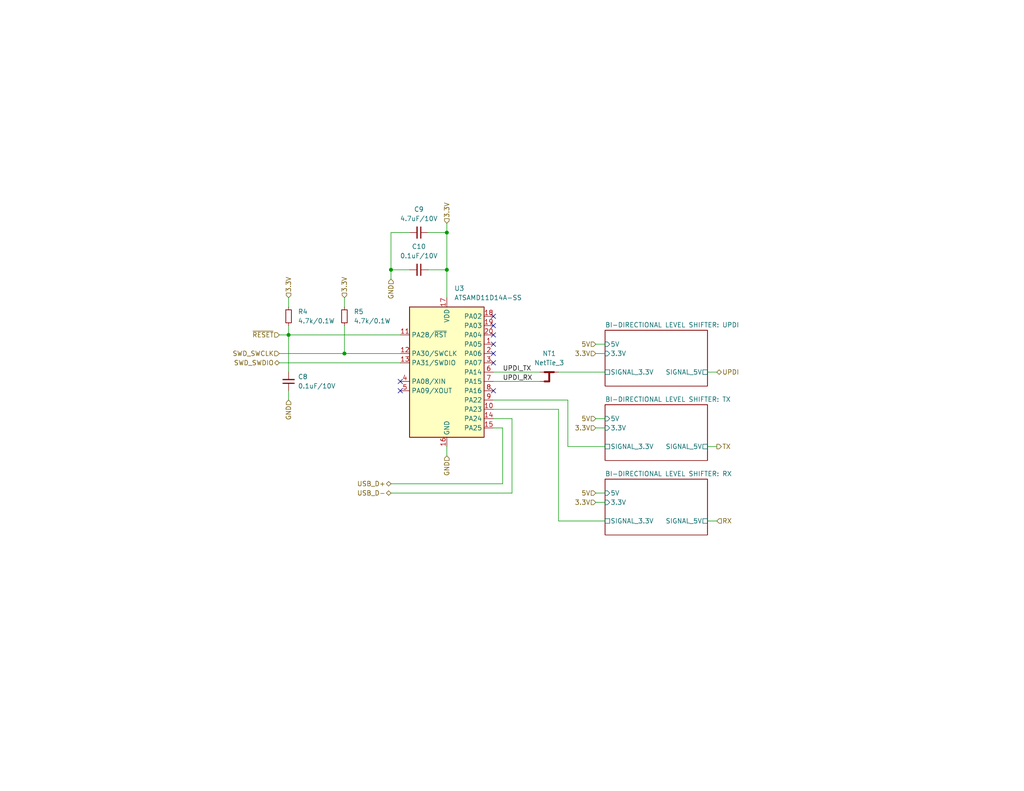
<source format=kicad_sch>
(kicad_sch (version 20211123) (generator eeschema)
  (paper "A")
  (title_block (title "https://github.com/apcountryman/pcb-main-nautilus-atmega4809") (rev "GIT_VERSION") (comment 1 "Derivative of the \"Arduino UNO Rev3\" (https://docs.arduino.cc/hardware/uno-rev3) and\\n\"Arduino Nano Every\" (https://docs.arduino.cc/hardware/nano-every) reference designs"))
  (lib_symbols
    (symbol "Device:C_Small" (pin_numbers hide) (pin_names (offset 0.254) hide)
      (property "Reference" "C" (at 0.254 1.778 0))
      (property "Value" "C_Small" (at 0.254 -2.032 0))
      (symbol "C_Small_0_1"
        (polyline (pts (xy -1.524 -0.508) (xy 1.524 -0.508)) (stroke (width 0.3302)))
        (polyline (pts (xy -1.524 0.508) (xy 1.524 0.508)) (stroke (width 0.3048)))
      )
      (symbol "C_Small_1_1"
        (pin passive line (at 0 2.54 270) (length 2.032) (name "~") (number "1"))
        (pin passive line (at 0 -2.54 90) (length 2.032) (name "~") (number "2"))
      )
    )
    (symbol "Device:NetTie_3" (pin_numbers hide) (pin_names (offset 0) hide)
      (property "Reference" "NT" (at 0 1.27 0))
      (property "Value" "NetTie_3" (at 0 -3.81 0))
      (symbol "NetTie_3_0_1"
        (polyline (pts (xy -1.27 0) (xy 1.27 0)) (stroke (width 0.508)))
        (polyline (pts (xy 0 0) (xy 0 -2.54) (xy -1.27 -2.54)) (stroke (width 0.508)))
      )
      (symbol "NetTie_3_1_1"
        (pin passive line (at -2.54 0 0) (length 2.54) (name "1") (number "1"))
        (pin passive line (at 2.54 0 180) (length 2.54) (name "2") (number "2"))
        (pin passive line (at -2.54 -2.54 0) (length 2.54) (name "3") (number "3"))
      )
    )
    (symbol "Device:R_Small" (pin_numbers hide) (pin_names (offset 0.254) hide)
      (property "Reference" "R" (at 0.762 0.508 0))
      (property "Value" "R_Small" (at 0.762 -1.016 0))
      (symbol "R_Small_0_1"
        (rectangle (start -0.762 1.778) (end 0.762 -1.778) (stroke (width 0.2032)))
      )
      (symbol "R_Small_1_1"
        (pin passive line (at 0 2.54 270) (length 0.762) (name "~") (number "1"))
        (pin passive line (at 0 -2.54 90) (length 0.762) (name "~") (number "2"))
      )
    )
    (symbol "MCU_Microchip_SAMD:ATSAMD11D14A-SS"
      (property "Reference" "U" (at -10.16 19.05 0))
      (property "Value" "ATSAMD11D14A-SS" (at 1.27 19.05 0))
      (symbol "ATSAMD11D14A-SS_0_1"
        (rectangle (start -10.16 17.78) (end 10.16 -17.78) (stroke (width 0.254)) (fill (type background)))
      )
      (symbol "ATSAMD11D14A-SS_1_1"
        (pin bidirectional line (at 12.7 7.62 180) (length 2.54) (name "PA05") (number "1"))
        (pin bidirectional line (at 12.7 -10.16 180) (length 2.54) (name "PA23") (number "10"))
        (pin bidirectional line (at -12.7 10.16 0) (length 2.54) (name "PA28/~{RST}") (number "11"))
        (pin bidirectional line (at -12.7 5.08 0) (length 2.54) (name "PA30/SWCLK") (number "12"))
        (pin bidirectional line (at -12.7 2.54 0) (length 2.54) (name "PA31/SWDIO") (number "13"))
        (pin bidirectional line (at 12.7 -12.7 180) (length 2.54) (name "PA24") (number "14"))
        (pin bidirectional line (at 12.7 -15.24 180) (length 2.54) (name "PA25") (number "15"))
        (pin power_in line (at 0 -20.32 90) (length 2.54) (name "GND") (number "16"))
        (pin power_in line (at 0 20.32 270) (length 2.54) (name "VDD") (number "17"))
        (pin bidirectional line (at 12.7 15.24 180) (length 2.54) (name "PA02") (number "18"))
        (pin bidirectional line (at 12.7 12.7 180) (length 2.54) (name "PA03") (number "19"))
        (pin bidirectional line (at 12.7 5.08 180) (length 2.54) (name "PA06") (number "2"))
        (pin bidirectional line (at 12.7 10.16 180) (length 2.54) (name "PA04") (number "20"))
        (pin bidirectional line (at 12.7 2.54 180) (length 2.54) (name "PA07") (number "3"))
        (pin bidirectional line (at -12.7 -2.54 0) (length 2.54) (name "PA08/XIN") (number "4"))
        (pin bidirectional line (at -12.7 -5.08 0) (length 2.54) (name "PA09/XOUT") (number "5"))
        (pin bidirectional line (at 12.7 0 180) (length 2.54) (name "PA14") (number "6"))
        (pin bidirectional line (at 12.7 -2.54 180) (length 2.54) (name "PA15") (number "7"))
        (pin bidirectional line (at 12.7 -5.08 180) (length 2.54) (name "PA16") (number "8"))
        (pin bidirectional line (at 12.7 -7.62 180) (length 2.54) (name "PA22") (number "9"))
      )
    )
  )
  (junction (at 78.74 91.44))
  (junction (at 121.92 73.66))
  (junction (at 121.92 63.5))
  (junction (at 93.98 96.52))
  (junction (at 106.68 73.66))
  (no_connect (at 134.62 106.68))
  (no_connect (at 109.22 104.14))
  (no_connect (at 134.62 99.06))
  (no_connect (at 109.22 106.68))
  (no_connect (at 134.62 86.36))
  (no_connect (at 134.62 96.52))
  (no_connect (at 134.62 93.98))
  (no_connect (at 134.62 91.44))
  (no_connect (at 134.62 88.9))
  (wire (pts (xy 76.2 91.44) (xy 78.74 91.44)))
  (wire (pts (xy 93.98 96.52) (xy 109.22 96.52)))
  (wire (pts (xy 154.94 121.92) (xy 154.94 109.22)))
  (wire (pts (xy 76.2 96.52) (xy 93.98 96.52)))
  (wire (pts (xy 134.62 116.84) (xy 137.16 116.84)))
  (wire (pts (xy 78.74 91.44) (xy 78.74 101.6)))
  (wire (pts (xy 106.68 73.66) (xy 111.76 73.66)))
  (wire (pts (xy 121.92 73.66) (xy 121.92 81.28)))
  (wire (pts (xy 152.4 101.6) (xy 165.1 101.6)))
  (wire (pts (xy 193.04 142.24) (xy 195.58 142.24)))
  (wire (pts (xy 78.74 88.9) (xy 78.74 91.44)))
  (wire (pts (xy 165.1 142.24) (xy 152.4 142.24)))
  (wire (pts (xy 193.04 121.92) (xy 195.58 121.92)))
  (wire (pts (xy 116.84 63.5) (xy 121.92 63.5)))
  (wire (pts (xy 137.16 116.84) (xy 137.16 132.08)))
  (wire (pts (xy 162.56 134.62) (xy 165.1 134.62)))
  (wire (pts (xy 111.76 63.5) (xy 106.68 63.5)))
  (wire (pts (xy 162.56 96.52) (xy 165.1 96.52)))
  (wire (pts (xy 78.74 106.68) (xy 78.74 109.22)))
  (wire (pts (xy 139.7 114.3) (xy 139.7 134.62)))
  (wire (pts (xy 137.16 132.08) (xy 106.68 132.08)))
  (wire (pts (xy 121.92 60.96) (xy 121.92 63.5)))
  (wire (pts (xy 76.2 99.06) (xy 109.22 99.06)))
  (wire (pts (xy 134.62 101.6) (xy 147.32 101.6)))
  (wire (pts (xy 106.68 63.5) (xy 106.68 73.66)))
  (wire (pts (xy 116.84 73.66) (xy 121.92 73.66)))
  (wire (pts (xy 154.94 109.22) (xy 134.62 109.22)))
  (wire (pts (xy 134.62 104.14) (xy 147.32 104.14)))
  (wire (pts (xy 193.04 101.6) (xy 195.58 101.6)))
  (wire (pts (xy 134.62 114.3) (xy 139.7 114.3)))
  (wire (pts (xy 106.68 73.66) (xy 106.68 76.2)))
  (wire (pts (xy 152.4 111.76) (xy 134.62 111.76)))
  (wire (pts (xy 165.1 121.92) (xy 154.94 121.92)))
  (wire (pts (xy 152.4 142.24) (xy 152.4 111.76)))
  (wire (pts (xy 162.56 116.84) (xy 165.1 116.84)))
  (wire (pts (xy 78.74 81.28) (xy 78.74 83.82)))
  (wire (pts (xy 139.7 134.62) (xy 106.68 134.62)))
  (wire (pts (xy 162.56 93.98) (xy 165.1 93.98)))
  (wire (pts (xy 78.74 91.44) (xy 109.22 91.44)))
  (wire (pts (xy 93.98 88.9) (xy 93.98 96.52)))
  (wire (pts (xy 162.56 114.3) (xy 165.1 114.3)))
  (wire (pts (xy 93.98 81.28) (xy 93.98 83.82)))
  (wire (pts (xy 121.92 121.92) (xy 121.92 124.46)))
  (wire (pts (xy 121.92 63.5) (xy 121.92 73.66)))
  (wire (pts (xy 162.56 137.16) (xy 165.1 137.16)))
  (label "UPDI_TX" (at 137.16 101.6 0))
  (label "UPDI_RX" (at 137.16 104.14 0))
  (hierarchical_label "5V" (shape input) (at 162.56 93.98 180))
  (hierarchical_label "GND" (shape input) (at 78.74 109.22 270))
  (hierarchical_label "TX" (shape output) (at 195.58 121.92 0))
  (hierarchical_label "3.3V" (shape input) (at 162.56 137.16 180))
  (hierarchical_label "RX" (shape input) (at 195.58 142.24 0))
  (hierarchical_label "SWD_SWCLK" (shape input) (at 76.2 96.52 180))
  (hierarchical_label "USB_D+" (shape bidirectional) (at 106.68 132.08 180))
  (hierarchical_label "USB_D-" (shape bidirectional) (at 106.68 134.62 180))
  (hierarchical_label "3.3V" (shape input) (at 121.92 60.96 90))
  (hierarchical_label "3.3V" (shape input) (at 162.56 116.84 180))
  (hierarchical_label "SWD_SWDIO" (shape bidirectional) (at 76.2 99.06 180))
  (hierarchical_label "GND" (shape input) (at 121.92 124.46 270))
  (hierarchical_label "GND" (shape input) (at 106.68 76.2 270))
  (hierarchical_label "5V" (shape input) (at 162.56 114.3 180))
  (hierarchical_label "3.3V" (shape input) (at 93.98 81.28 90))
  (hierarchical_label "5V" (shape input) (at 162.56 134.62 180))
  (hierarchical_label "~{RESET}" (shape input) (at 76.2 91.44 180))
  (hierarchical_label "UPDI" (shape bidirectional) (at 195.58 101.6 0))
  (hierarchical_label "3.3V" (shape input) (at 78.74 81.28 90))
  (hierarchical_label "3.3V" (shape input) (at 162.56 96.52 180))
  (symbol (lib_id "Device:C_Small") (at 78.74 104.14 180) (unit 1)
    (property "Reference" "C8" (at 81.28 102.8635 0) (effects (justify right)))
    (property "Value" "0.1uF/10V" (at 81.28 105.4035 0) (effects (justify right)))
    (property "Footprint" "Capacitor_SMD:C_0603_1608Metric_Pad1.08x0.95mm_HandSolder" (effects hide))
    (property "Datasheet" "https://connect.kemet.com:7667/gateway/IntelliData-ComponentDocumentation/1.0/download/datasheet/C0603C104M8RACTU" (effects hide))
    (property "Manufacturer" "KEMET" (effects hide))
    (property "Manufacturer Part Number" "C0603C104M8RAC" (effects hide))
    (property "Digi-Key Part Number" "399-C0603C104M8RAC7867CT-ND" (effects hide))
    (property "Mouser Part Number" "80-C0603C104M8R" (effects hide))
  )
  (symbol (lib_id "Device:C_Small") (at 114.3 73.66 270) (unit 1)
    (property "Reference" "C10" (at 114.2936 67.31 90))
    (property "Value" "0.1uF/10V" (at 114.2936 69.85 90))
    (property "Footprint" "Capacitor_SMD:C_0603_1608Metric_Pad1.08x0.95mm_HandSolder" (effects hide))
    (property "Datasheet" "https://connect.kemet.com:7667/gateway/IntelliData-ComponentDocumentation/1.0/download/datasheet/C0603C104M8RACTU" (effects hide))
    (property "Manufacturer" "KEMET" (effects hide))
    (property "Manufacturer Part Number" "C0603C104M8RAC" (effects hide))
    (property "Digi-Key Part Number" "399-C0603C104M8RAC7867CT-ND" (effects hide))
    (property "Mouser Part Number" "80-C0603C104M8R" (effects hide))
  )
  (symbol (lib_id "MCU_Microchip_SAMD:ATSAMD11D14A-SS") (at 121.92 101.6 0) (unit 1)
    (property "Reference" "U3" (at 123.9394 78.74 0) (effects (justify left)))
    (property "Value" "ATSAMD11D14A-SS" (at 123.9394 81.28 0) (effects (justify left)))
    (property "Footprint" "Package_SO:SOIC-20W_7.5x12.8mm_P1.27mm" (effects hide))
    (property "Datasheet" "http://ww1.microchip.com/downloads/en/DeviceDoc/Atmel-42363-SAM-D11_Datasheet.pdf" (effects hide))
    (property "Manufacturer" "Microchip Technology" (effects hide))
    (property "Manufacturer Part Number" "ATSAMD11D14A-SS" (effects hide))
    (property "Digi-Key Part Number" "ATSAMD11D14A-SSUTCT-ND" (effects hide))
    (property "Mouser Part Number" "556-ATSAMD11D14ASSUT" (effects hide))
  )
  (symbol (lib_id "Device:R_Small") (at 93.98 86.36 0) (unit 1)
    (property "Reference" "R5" (at 96.52 85.0899 0) (effects (justify left)))
    (property "Value" "4.7k/0.1W" (at 96.52 87.6299 0) (effects (justify left)))
    (property "Footprint" "Resistor_SMD:R_0603_1608Metric_Pad0.98x0.95mm_HandSolder" (effects hide))
    (property "Datasheet" "https://industrial.panasonic.com/cdbs/www-data/pdf/RDA0000/AOA0000C304.pdf" (effects hide))
    (property "Manufacturer" "Panasonic Electronic Components" (effects hide))
    (property "Manufacturer Part Number" "ERJ-3EKF4701V" (effects hide))
    (property "Digi-Key Part Number" "P4.70KHCT-ND" (effects hide))
    (property "Mouser Part Number" "667-ERJ-3EKF4701V" (effects hide))
  )
  (symbol (lib_id "Device:C_Small") (at 114.3 63.5 270) (unit 1)
    (property "Reference" "C9" (at 114.2936 57.15 90))
    (property "Value" "4.7uF/10V" (at 114.2936 59.69 90))
    (property "Footprint" "Capacitor_SMD:C_0603_1608Metric_Pad1.08x0.95mm_HandSolder" (effects hide))
    (property "Datasheet" "https://connect.kemet.com:7667/gateway/IntelliData-ComponentDocumentation/1.0/download/datasheet/C0603C104M8RACTU" (effects hide))
    (property "Manufacturer" "KEMET" (effects hide))
    (property "Manufacturer Part Number" "C0603C475M8PAC" (effects hide))
    (property "Digi-Key Part Number" "399-C0603C475M8PAC7867CT-ND" (effects hide))
    (property "Mouser Part Number" "80-C0603C106M9PAC" (effects hide))
  )
  (symbol (lib_id "Device:NetTie_3") (at 149.86 101.6 0) (unit 1)
    (property "Reference" "NT1" (at 149.86 96.52 0))
    (property "Value" "NetTie_3" (at 149.86 99.06 0))
    (property "Footprint" "NetTie:NetTie-3_SMD_Pad0.5mm" (effects hide))
  )
  (symbol (lib_id "Device:R_Small") (at 78.74 86.36 0) (unit 1)
    (property "Reference" "R4" (at 81.28 85.0899 0) (effects (justify left)))
    (property "Value" "4.7k/0.1W" (at 81.28 87.6299 0) (effects (justify left)))
    (property "Footprint" "Resistor_SMD:R_0603_1608Metric_Pad0.98x0.95mm_HandSolder" (effects hide))
    (property "Datasheet" "https://industrial.panasonic.com/cdbs/www-data/pdf/RDA0000/AOA0000C304.pdf" (effects hide))
    (property "Manufacturer" "Panasonic Electronic Components" (effects hide))
    (property "Manufacturer Part Number" "ERJ-3EKF4701V" (effects hide))
    (property "Digi-Key Part Number" "P4.70KHCT-ND" (effects hide))
    (property "Mouser Part Number" "667-ERJ-3EKF4701V" (effects hide))
  )
  (sheet (at 165.1 90.17) (size 27.94 15.24) (stroke (width 0.1524))
    (property "Sheet name" "BI-DIRECTIONAL LEVEL SHIFTER: UPDI" (at 165.1 89.4584 0) (effects (justify left bottom)))
    (property "Sheet file" "pcb-main-nautilus-atmega4809-sheet-bi_directional_level_shifter.kicad_sch" (effects hide))
    (pin "5V" input (at 165.1 93.98 180))
    (pin "3.3V" input (at 165.1 96.52 180))
    (pin "SIGNAL_3.3V" passive (at 165.1 101.6 180))
    (pin "SIGNAL_5V" passive (at 193.04 101.6 0))
  )
  (sheet (at 165.1 110.49) (size 27.94 15.24) (stroke (width 0.1524))
    (property "Sheet name" "BI-DIRECTIONAL LEVEL SHIFTER: TX" (at 165.1 109.7784 0) (effects (justify left bottom)))
    (property "Sheet file" "pcb-main-nautilus-atmega4809-sheet-bi_directional_level_shifter.kicad_sch" (effects hide))
    (pin "5V" input (at 165.1 114.3 180))
    (pin "3.3V" input (at 165.1 116.84 180))
    (pin "SIGNAL_3.3V" passive (at 165.1 121.92 180))
    (pin "SIGNAL_5V" passive (at 193.04 121.92 0))
  )
  (sheet (at 165.1 130.81) (size 27.94 15.24) (stroke (width 0.1524))
    (property "Sheet name" "BI-DIRECTIONAL LEVEL SHIFTER: RX" (at 165.1 130.0984 0) (effects (justify left bottom)))
    (property "Sheet file" "pcb-main-nautilus-atmega4809-sheet-bi_directional_level_shifter.kicad_sch" (effects hide))
    (pin "5V" input (at 165.1 134.62 180))
    (pin "3.3V" input (at 165.1 137.16 180))
    (pin "SIGNAL_3.3V" passive (at 165.1 142.24 180))
    (pin "SIGNAL_5V" passive (at 193.04 142.24 0))
  )
)
</source>
